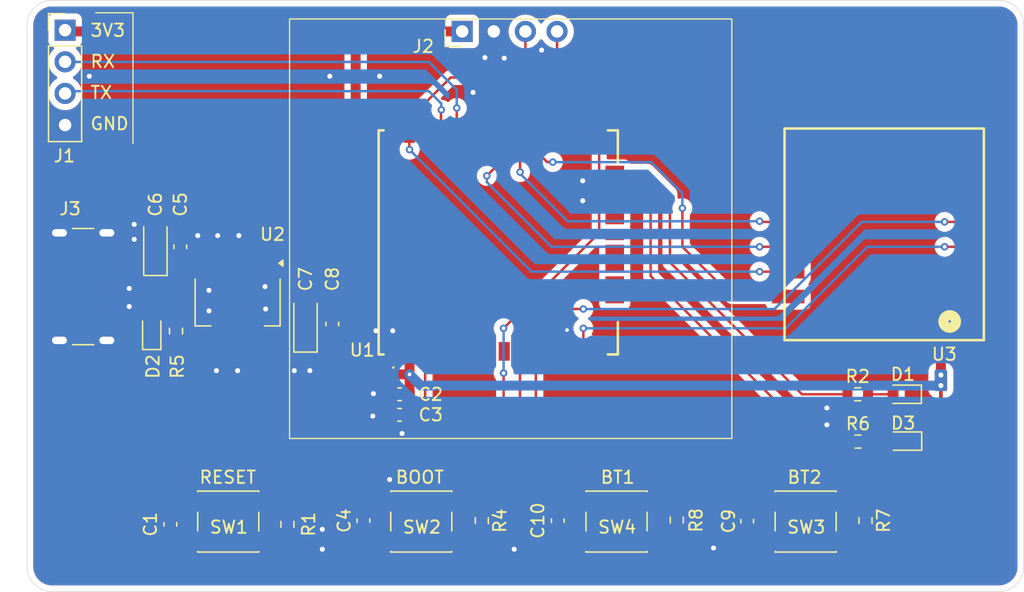
<source format=kicad_pcb>
(kicad_pcb (version 20240108) (generator "pcbnew") (generator_version "8.0")
  (layers (0 "F.Cu" signal) (31 "B.Cu" signal) (34 "B.Paste" user) (35 "F.Paste" user) (36 "B.SilkS" user "B.Silkscreen") (37 "F.SilkS" user "F.Silkscreen") (38 "B.Mask" user) (39 "F.Mask" user) (44 "Edge.Cuts" user))
  (net 0 "")
  (net 1 "/EN")
  (net 2 "GND")
  (net 3 "+3V3")
  (net 4 "/IO0")
  (net 5 "VBUS")
  (net 6 "/BUTTON_2")
  (net 7 "/BUTTON_1")
  (net 8 "Net-(D1-A)")
  (net 9 "Net-(D2-A)")
  (net 10 "Net-(D3-A)")
  (net 11 "/TX_D0")
  (net 12 "/RX_D0")
  (net 13 "/SDA")
  (net 14 "/SCL")
  (net 17 "Net-(U1-IO2)")
  (net 18 "Net-(U1-IO15)")
  (net 22 "/LORA_RESET")
  (net 24 "/NSS")
  (net 27 "/DIO1")
  (net 29 "/SCK")
  (net 40 "/MISO")
  (net 41 "/MOSI")
  (footprint "Resistor_SMD:R_0603_1608Metric" (layer "F.Cu") (at 160.675 96.15)
    (property "Reference" "R2" (at 0 -1.43 0) (layer "F.SilkS"))
    (property "Value" "100R")
    (pad "1" smd roundrect (at -0.825 0) (size 0.8 0.95) (layers "F.Cu" "F.Paste" "F.Mask") (net 17 "Net-(U1-IO2)"))
    (pad "2" smd roundrect (at 0.825 0) (size 0.8 0.95) (layers "F.Cu" "F.Paste" "F.Mask") (net 8 "Net-(D1-A)"))
  )
  (footprint "Capacitor_SMD:C_0603_1608Metric" (layer "F.Cu") (at 136.6 106.3 -90)
    (property "Reference" "C10" (at 0 1.6 90) (layer "F.SilkS"))
    (property "Value" "100nF")
    (pad "1" smd roundrect (at -0.775 0 270) (size 0.9 0.95) (layers "F.Cu" "F.Paste" "F.Mask") (net 7 "/BUTTON_1"))
    (pad "2" smd roundrect (at 0.775 0 270) (size 0.9 0.95) (layers "F.Cu" "F.Paste" "F.Mask") (net 2 "GND"))
  )
  (footprint "LED_SMD:LED_0603_1608Metric" (layer "F.Cu") (at 164.3 96.15 180)
    (property "Reference" "D1" (at 0 1.6 0) (layer "F.SilkS"))
    (property "Value" "RED_LED")
    (pad "1" smd roundrect (at -0.787501 0 180) (size 0.875 0.95) (layers "F.Cu" "F.Paste" "F.Mask") (net 2 "GND"))
    (pad "2" smd roundrect (at 0.787501 0 180) (size 0.875 0.95) (layers "F.Cu" "F.Paste" "F.Mask") (net 8 "Net-(D1-A)"))
  )
  (footprint "Master_Board:SW" (layer "F.Cu") (at 110.197243 106.325 180)
    (property "Reference" "SW1" (at 0 -0.5 0) (layer "F.SilkS"))
    (property "Value" "EN")
    (pad "1" smd roundrect (at -2.575 -1.55 180) (size 1.55 1) (layers "F.Cu" "F.Paste" "F.Mask") (net 2 "GND"))
    (pad "1" smd roundrect (at 2.675 -1.55 180) (size 1.55 1) (layers "F.Cu" "F.Paste" "F.Mask") (net 2 "GND"))
    (pad "2" smd roundrect (at -2.575 1.45 180) (size 1.55 1) (layers "F.Cu" "F.Paste" "F.Mask") (net 1 "/EN"))
    (pad "2" smd roundrect (at 2.675 1.45 180) (size 1.55 1) (layers "F.Cu" "F.Paste" "F.Mask") (net 1 "/EN"))
  )
  (footprint "Resistor_SMD:R_0603_1608Metric" (layer "F.Cu") (at 130.5 106.3 90)
    (property "Reference" "R4" (at 0 1.45 90) (layer "F.SilkS"))
    (property "Value" "10k")
    (pad "1" smd roundrect (at -0.825 0 90) (size 0.8 0.95) (layers "F.Cu" "F.Paste" "F.Mask") (net 3 "+3V3"))
    (pad "2" smd roundrect (at 0.825 0 90) (size 0.8 0.95) (layers "F.Cu" "F.Paste" "F.Mask") (net 4 "/IO0"))
  )
  (footprint "Resistor_SMD:R_0603_1608Metric" (layer "F.Cu") (at 161.3 106.3 90)
    (property "Reference" "R7" (at 0 1.45 90) (layer "F.SilkS"))
    (property "Value" "10k")
    (pad "1" smd roundrect (at -0.825 0 90) (size 0.8 0.95) (layers "F.Cu" "F.Paste" "F.Mask") (net 3 "+3V3"))
    (pad "2" smd roundrect (at 0.825 0 90) (size 0.8 0.95) (layers "F.Cu" "F.Paste" "F.Mask") (net 6 "/BUTTON_2"))
  )
  (footprint "LED_SMD:LED_0603_1608Metric" (layer "F.Cu") (at 164.325 99.91 180)
    (property "Reference" "D3" (at 0 1.44 0) (layer "F.SilkS"))
    (property "Value" "GREEN_LED")
    (pad "1" smd roundrect (at -0.787501 0 180) (size 0.875 0.95) (layers "F.Cu" "F.Paste" "F.Mask") (net 2 "GND"))
    (pad "2" smd roundrect (at 0.787501 0 180) (size 0.875 0.95) (layers "F.Cu" "F.Paste" "F.Mask") (net 10 "Net-(D3-A)"))
  )
  (footprint "Master_Board:ESP32WROOM32UEN8" (layer "F.Cu") (at 132.07 83.95 90)
    (property "Reference" "U1" (at -8.65 -11.17 0) (layer "F.SilkS"))
    (property "Value" "ESP32-WROOM-32U-N8" (hide yes))
    (pad "1" smd rect (at -8.75 -8.66 180) (size 0.9 1.5) (layers "F.Cu" "F.Paste" "F.Mask") (net 2 "GND"))
    (pad "2" smd rect (at -8.75 -7.39 180) (size 0.9 1.5) (layers "F.Cu" "F.Paste" "F.Mask") (net 3 "+3V3"))
    (pad "3" smd rect (at -8.75 -6.12 180) (size 0.9 1.5) (layers "F.Cu" "F.Paste" "F.Mask") (net 1 "/EN"))
    (pad "4" smd rect (at -8.75 -4.85 180) (size 0.9 1.5) (layers "F.Cu" "F.Paste" "F.Mask"))
    (pad "5" smd rect (at -8.75 -3.58 180) (size 0.9 1.5) (layers "F.Cu" "F.Paste" "F.Mask"))
    (pad "6" smd rect (at -8.75 -2.31 180) (size 0.9 1.5) (layers "F.Cu" "F.Paste" "F.Mask"))
    (pad "7" smd rect (at -8.75 -1.04 180) (size 0.9 1.5) (layers "F.Cu" "F.Paste" "F.Mask"))
    (pad "8" smd rect (at -8.75 0.23 180) (size 0.9 1.5) (layers "F.Cu" "F.Paste" "F.Mask"))
    (pad "9" smd rect (at -8.75 1.5 180) (size 0.9 1.5) (layers "F.Cu" "F.Paste" "F.Mask") (net 7 "/BUTTON_1"))
    (pad "10" smd rect (at -8.75 2.77 180) (size 0.9 1.5) (layers "F.Cu" "F.Paste" "F.Mask") (net 6 "/BUTTON_2"))
    (pad "11" smd rect (at -8.75 4.04 180) (size 0.9 1.5) (layers "F.Cu" "F.Paste" "F.Mask") (net 27 "/DIO1"))
    (pad "12" smd rect (at -8.75 5.31 180) (size 0.9 1.5) (layers "F.Cu" "F.Paste" "F.Mask"))
    (pad "13" smd rect (at -8.75 6.58 180) (size 0.9 1.5) (layers "F.Cu" "F.Paste" "F.Mask") (net 22 "/LORA_RESET"))
    (pad "14" smd rect (at -8.75 7.85 180) (size 0.9 1.5) (layers "F.Cu" "F.Paste" "F.Mask"))
    (pad "15" smd rect (at -5.715 9.1 90) (size 0.9 1.5) (layers "F.Cu" "F.Paste" "F.Mask") (net 2 "GND"))
    (pad "16" smd rect (at -4.445 9.1 90) (size 0.9 1.5) (layers "F.Cu" "F.Paste" "F.Mask"))
    (pad "17" smd rect (at -3.175 9.1 90) (size 0.9 1.5) (layers "F.Cu" "F.Paste" "F.Mask"))
    (pad "18" smd rect (at -1.905 9.1 90) (size 0.9 1.5) (layers "F.Cu" "F.Paste" "F.Mask"))
    (pad "19" smd rect (at -0.635 9.1 90) (size 0.9 1.5) (layers "F.Cu" "F.Paste" "F.Mask"))
    (pad "20" smd rect (at 0.635 9.1 90) (size 0.9 1.5) (layers "F.Cu" "F.Paste" "F.Mask"))
    (pad "21" smd rect (at 1.905 9.1 90) (size 0.9 1.5) (layers "F.Cu" "F.Paste" "F.Mask"))
    (pad "22" smd rect (at 3.175 9.1 90) (size 0.9 1.5) (layers "F.Cu" "F.Paste" "F.Mask"))
    (pad "23" smd rect (at 4.445 9.1 90) (size 0.9 1.5) (layers "F.Cu" "F.Paste" "F.Mask") (net 18 "Net-(U1-IO15)"))
    (pad "24" smd rect (at 5.715 9.1 90) (size 0.9 1.5) (layers "F.Cu" "F.Paste" "F.Mask") (net 17 "Net-(U1-IO2)"))
    (pad "25" smd rect (at 8.75 7.85 180) (size 0.9 1.5) (layers "F.Cu" "F.Paste" "F.Mask") (net 4 "/IO0"))
    (pad "26" smd rect (at 8.75 6.58 180) (size 0.9 1.5) (layers "F.Cu" "F.Paste" "F.Mask"))
    (pad "27" smd rect (at 8.75 5.31 180) (size 0.9 1.5) (layers "F.Cu" "F.Paste" "F.Mask"))
    (pad "28" smd rect (at 8.75 4.04 180) (size 0.9 1.5) (layers "F.Cu" "F.Paste" "F.Mask"))
    (pad "29" smd rect (at 8.75 2.77 180) (size 0.9 1.5) (layers "F.Cu" "F.Paste" "F.Mask") (net 24 "/NSS"))
    (pad "30" smd rect (at 8.75 1.5 180) (size 0.9 1.5) (layers "F.Cu" "F.Paste" "F.Mask") (net 29 "/SCK"))
    (pad "31" smd rect (at 8.75 0.23 180) (size 0.9 1.5) (layers "F.Cu" "F.Paste" "F.Mask") (net 40 "/MISO"))
    (pad "32" smd rect (at 8.75 -1.04 180) (size 0.9 1.5) (layers "F.Cu" "F.Paste" "F.Mask"))
    (pad "33" smd rect (at 8.75 -2.31 180) (size 0.9 1.5) (layers "F.Cu" "F.Paste" "F.Mask") (net 13 "/SDA"))
    (pad "34" smd rect (at 8.75 -3.58 180) (size 0.9 1.5) (layers "F.Cu" "F.Paste" "F.Mask") (net 12 "/RX_D0"))
    (pad "35" smd rect (at 8.75 -4.85 180) (size 0.9 1.5) (layers "F.Cu" "F.Paste" "F.Mask") (net 11 "/TX_D0"))
    (pad "36" smd rect (at 8.75 -6.12 180) (size 0.9 1.5) (layers "F.Cu" "F.Paste" "F.Mask") (net 14 "/SCL"))
    (pad "37" smd rect (at 8.75 -7.39 180) (size 0.9 1.5) (layers "F.Cu" "F.Paste" "F.Mask") (net 41 "/MOSI"))
    (pad "38" smd rect (at 8.75 -8.66 180) (size 0.9 1.5) (layers "F.Cu" "F.Paste" "F.Mask") (net 2 "GND"))
    (pad "39" smd rect (at -1.5 -1.32 90) (size 0.9 0.9) (layers "F.Cu" "F.Paste" "F.Mask") (net 2 "GND"))
    (pad "40" smd rect (at -2.9 -1.32 90) (size 0.9 0.9) (layers "F.Cu" "F.Paste" "F.Mask") (net 2 "GND"))
    (pad "41" smd rect (at -2.9 0.08 90) (size 0.9 0.9) (layers "F.Cu" "F.Paste" "F.Mask") (net 2 "GND"))
    (pad "42" smd rect (at -1.5 0.08 90) (size 0.9 0.9) (layers "F.Cu" "F.Paste" "F.Mask") (net 2 "GND"))
    (pad "43" smd rect (at -0.1 0.08 90) (size 0.9 0.9) (layers "F.Cu" "F.Paste" "F.Mask") (net 2 "GND"))
    (pad "44" smd rect (at -0.1 -1.32 90) (size 0.9 0.9) (layers "F.Cu" "F.Paste" "F.Mask") (net 2 "GND"))
    (pad "45" smd rect (at -0.1 -2.72 90) (size 0.9 0.9) (layers "F.Cu" "F.Paste" "F.Mask") (net 2 "GND"))
    (pad "46" smd rect (at -1.5 -2.72 90) (size 0.9 0.9) (layers "F.Cu" "F.Paste" "F.Mask") (net 2 "GND"))
    (pad "47" smd rect (at -2.9 -2.72 90) (size 0.9 0.9) (layers "F.Cu" "F.Paste" "F.Mask") (net 2 "GND"))
  )
  (footprint "Master_Board:RA-02" (layer "F.Cu") (at 162.8 83.3 180)
    (property "Reference" "U3" (at -4.825 -9.635 0) (layer "F.SilkS"))
    (property "Value" "RA02")
    (pad "1" smd rect (at -7.6 -7 180) (size 2.8 1.1) (layers "F.Cu" "F.Paste" "F.Mask") (net 2 "GND"))
    (pad "2" smd rect (at -7.7 -5 180) (size 2.6 1.1) (layers "F.Cu" "F.Paste" "F.Mask") (net 2 "GND"))
    (pad "3" smd rect (at -7.7 -3 180) (size 2.6 1.1) (layers "F.Cu" "F.Paste" "F.Mask") (net 3 "+3V3"))
    (pad "4" smd rect (at -7.7 -1 180) (size 2.6 1.1) (layers "F.Cu" "F.Paste" "F.Mask") (net 22 "/LORA_RESET"))
    (pad "5" smd rect (at -7.7 1 180) (size 2.6 1.1) (layers "F.Cu" "F.Paste" "F.Mask") (net 27 "/DIO1"))
    (pad "6" smd rect (at -7.7 3 180) (size 2.6 1.1) (layers "F.Cu" "F.Paste" "F.Mask"))
    (pad "7" smd rect (at -7.7 5 180) (size 2.6 1.1) (layers "F.Cu" "F.Paste" "F.Mask"))
    (pad "8" smd rect (at -7.7 7 180) (size 2.6 1.1) (layers "F.Cu" "F.Paste" "F.Mask"))
    (pad "9" smd rect (at 7.7 7 180) (size 2.6 1.1) (layers "F.Cu" "F.Paste" "F.Mask") (net 2 "GND"))
    (pad "10" smd rect (at 7.7 5 180) (size 2.6 1.1) (layers "F.Cu" "F.Paste" "F.Mask"))
    (pad "11" smd rect (at 7.7 3 180) (size 2.6 1.1) (layers "F.Cu" "F.Paste" "F.Mask"))
    (pad "12" smd rect (at 7.7 1 180) (size 2.6 1.1) (layers "F.Cu" "F.Paste" "F.Mask") (net 29 "/SCK"))
    (pad "13" smd rect (at 7.7 -1 180) (size 2.6 1.1) (layers "F.Cu" "F.Paste" "F.Mask") (net 40 "/MISO"))
    (pad "14" smd rect (at 7.7 -3 180) (size 2.6 1.1) (layers "F.Cu" "F.Paste" "F.Mask") (net 41 "/MOSI"))
    (pad "15" smd rect (at 7.7 -5 180) (size 2.6 1.1) (layers "F.Cu" "F.Paste" "F.Mask") (net 24 "/NSS"))
    (pad "16" smd rect (at 7.7 -7 180) (size 2.6 1.1) (layers "F.Cu" "F.Paste" "F.Mask") (net 2 "GND"))
  )
  (footprint "LED_SMD:LED_0603_1608Metric" (layer "F.Cu") (at 104.005359 91.072061 90)
    (property "Reference" "D2" (at -2.85 0.1 90) (layer "F.SilkS"))
    (property "Value" "PWR_LED")
    (pad "1" smd roundrect (at -0.787501 0 90) (size 0.875 0.95) (layers "F.Cu" "F.Paste" "F.Mask") (net 2 "GND"))
    (pad "2" smd roundrect (at 0.787501 0 90) (size 0.875 0.95) (layers "F.Cu" "F.Paste" "F.Mask") (net 9 "Net-(D2-A)"))
  )
  (footprint "Connector_USB:USB_C_Receptacle_GCT_USB4125-xx-x-0190_6P_TopMnt_Horizontal" (layer "F.Cu") (at 97.4 87.5 -90)
    (property "Reference" "J3" (at -6.25 -0.05 0) (layer "F.SilkS"))
    (property "Value" "USB C- POWER IN")
    (pad "A5" smd roundrect (at -0.5 -3.079999 270) (size 0.7 1.2) (layers "F.Cu" "F.Paste" "F.Mask"))
    (pad "A9" smd roundrect (at 1.52 -3.08 90) (size 0.76 1.2) (layers "F.Cu" "F.Paste" "F.Mask") (net 5 "VBUS"))
    (pad "A12" smd roundrect (at 2.75 -3.08 90) (size 0.8 1.2) (layers "F.Cu" "F.Paste" "F.Mask") (net 2 "GND"))
    (pad "B5" smd roundrect (at 0.5 -3.079999 90) (size 0.7 1.2) (layers "F.Cu" "F.Paste" "F.Mask"))
    (pad "B9" smd roundrect (at -1.52 -3.08 270) (size 0.76 1.2) (layers "F.Cu" "F.Paste" "F.Mask") (net 5 "VBUS"))
    (pad "B12" smd roundrect (at -2.75 -3.08 270) (size 0.8 1.2) (layers "F.Cu" "F.Paste" "F.Mask") (net 2 "GND"))
    (pad "S1" thru_hole oval (at -4.32 -3 270) (size 1.1 1.7) (drill oval 0.6 1.2) (layers "*.Cu" "*.Mask" "F.Paste") (net 2 "GND"))
    (pad "S1" thru_hole oval (at -4.32 0.8 270) (size 1.1 1.7) (drill oval 0.6 1.2) (layers "*.Cu" "*.Mask" "F.Paste") (net 2 "GND"))
    (pad "S1" thru_hole oval (at 4.32 -3 270) (size 1.1 1.7) (drill oval 0.6 1.2) (layers "*.Cu" "*.Mask" "F.Paste") (net 2 "GND"))
    (pad "S1" thru_hole oval (at 4.32 0.8 270) (size 1.1 1.7) (drill oval 0.6 1.2) (layers "*.Cu" "*.Mask" "F.Paste") (net 2 "GND"))
  )
  (footprint "Capacitor_Tantalum_SMD:CP_EIA-3216-10_Kemet-I" (layer "F.Cu") (at 116.35 90.45 90)
    (property "Reference" "C7" (at 3.55 0 90) (layer "F.SilkS"))
    (property "Value" "22uF_10V")
    (pad "1" smd roundrect (at -1.35 0 90) (size 1.4 1.35) (layers "F.Cu" "F.Paste" "F.Mask") (roundrect_rratio 0.185185) (net 3 "+3V3"))
    (pad "2" smd roundrect (at 1.35 0 90) (size 1.4 1.35) (layers "F.Cu" "F.Paste" "F.Mask") (roundrect_rratio 0.185185) (net 2 "GND"))
  )
  (footprint "Master_Board:SW" (layer "F.Cu") (at 141.363984 106.325 180)
    (property "Reference" "SW4" (at 0 -0.5 0) (layer "F.SilkS"))
    (property "Value" "BT_1")
    (pad "1" smd roundrect (at -2.575 -1.55 180) (size 1.55 1) (layers "F.Cu" "F.Paste" "F.Mask") (net 2 "GND"))
    (pad "1" smd roundrect (at 2.675 -1.55 180) (size 1.55 1) (layers "F.Cu" "F.Paste" "F.Mask") (net 2 "GND"))
    (pad "2" smd roundrect (at -2.575 1.45 180) (size 1.55 1) (layers "F.Cu" "F.Paste" "F.Mask") (net 7 "/BUTTON_1"))
    (pad "2" smd roundrect (at 2.675 1.45 180) (size 1.55 1) (layers "F.Cu" "F.Paste" "F.Mask") (net 7 "/BUTTON_1"))
  )
  (footprint "Capacitor_SMD:C_0603_1608Metric" (layer "F.Cu") (at 151.804122 106.342989 -90)
    (property "Reference" "C9" (at 0 1.5 90) (layer "F.SilkS"))
    (property "Value" "100nF")
    (pad "1" smd roundrect (at -0.775 0 270) (size 0.9 0.95) (layers "F.Cu" "F.Paste" "F.Mask") (net 6 "/BUTTON_2"))
    (pad "2" smd roundrect (at 0.775 0 270) (size 0.9 0.95) (layers "F.Cu" "F.Paste" "F.Mask") (net 2 "GND"))
  )
  (footprint "Resistor_SMD:R_0603_1608Metric" (layer "F.Cu") (at 105.955359 91.072061 90)
    (property "Reference" "R5" (at -2.85 0.1 90) (layer "F.SilkS"))
    (property "Value" "100R")
    (pad "1" smd roundrect (at -0.825 0 90) (size 0.8 0.95) (layers "F.Cu" "F.Paste" "F.Mask") (net 3 "+3V3"))
    (pad "2" smd roundrect (at 0.825 0 90) (size 0.8 0.95) (layers "F.Cu" "F.Paste" "F.Mask") (net 9 "Net-(D2-A)"))
  )
  (footprint "Capacitor_SMD:C_0603_1608Metric" (layer "F.Cu") (at 123.9 97.8)
    (property "Reference" "C3" (at 2.5 0 0) (layer "F.SilkS"))
    (property "Value" "100nF")
    (pad "1" smd roundrect (at -0.775 0) (size 0.9 0.95) (layers "F.Cu" "F.Paste" "F.Mask") (net 2 "GND"))
    (pad "2" smd roundrect (at 0.775 0) (size 0.9 0.95) (layers "F.Cu" "F.Paste" "F.Mask") (net 3 "+3V3"))
  )
  (footprint "Connector_PinHeader_2.54mm:PinHeader_1x04_P2.54mm_Vertical" (layer "F.Cu") (at 97.05 66.9)
    (property "Reference" "J1" (at -0.05 10.1 0) (layer "F.SilkS"))
    (property "Value" "UART_Debug")
    (pad "1" thru_hole rect (at 0 0) (size 1.7 1.7) (drill 1) (layers "*.Cu" "*.Mask") (net 3 "+3V3"))
    (pad "2" thru_hole oval (at 0 2.54) (size 1.7 1.7) (drill 1) (layers "*.Cu" "*.Mask") (net 12 "/RX_D0"))
    (pad "3" thru_hole oval (at 0 5.079999) (size 1.7 1.7) (drill 1) (layers "*.Cu" "*.Mask") (net 11 "/TX_D0"))
    (pad "4" thru_hole oval (at 0 7.62) (size 1.7 1.7) (drill 1) (layers "*.Cu" "*.Mask") (net 2 "GND"))
  )
  (footprint "Capacitor_Tantalum_SMD:CP_EIA-3216-10_Kemet-I" (layer "F.Cu") (at 104.3 84.3 90)
    (property "Reference" "C6" (at 3.4 0 90) (layer "F.SilkS"))
    (property "Value" "22uF_10V")
    (pad "1" smd roundrect (at -1.35 0 90) (size 1.4 1.35) (layers "F.Cu" "F.Paste" "F.Mask") (roundrect_rratio 0.185185) (net 5 "VBUS"))
    (pad "2" smd roundrect (at 1.35 0 90) (size 1.4 1.35) (layers "F.Cu" "F.Paste" "F.Mask") (roundrect_rratio 0.185185) (net 2 "GND"))
  )
  (footprint "Master_Board:SW" (layer "F.Cu") (at 156.54369 106.325 180)
    (property "Reference" "SW3" (at 0 -0.5 0) (layer "F.SilkS"))
    (property "Value" "BT_2")
    (pad "1" smd roundrect (at -2.575 -1.55 180) (size 1.55 1) (layers "F.Cu" "F.Paste" "F.Mask") (net 2 "GND"))
    (pad "1" smd roundrect (at 2.675 -1.55 180) (size 1.55 1) (layers "F.Cu" "F.Paste" "F.Mask") (net 2 "GND"))
    (pad "2" smd roundrect (at -2.575 1.45 180) (size 1.55 1) (layers "F.Cu" "F.Paste" "F.Mask") (net 6 "/BUTTON_2"))
    (pad "2" smd roundrect (at 2.675 1.45 180) (size 1.55 1) (layers "F.Cu" "F.Paste" "F.Mask") (net 6 "/BUTTON_2"))
  )
  (footprint "Master_Board:SW" (layer "F.Cu") (at 125.691668 106.325 180)
    (property "Reference" "SW2" (at 0 -0.5 0) (layer "F.SilkS"))
    (property "Value" "BOOT")
    (pad "1" smd roundrect (at -2.575 -1.55 180) (size 1.55 1) (layers "F.Cu" "F.Paste" "F.Mask") (net 2 "GND"))
    (pad "1" smd roundrect (at 2.675 -1.55 180) (size 1.55 1) (layers "F.Cu" "F.Paste" "F.Mask") (net 2 "GND"))
    (pad "2" smd roundrect (at -2.575 1.45 180) (size 1.55 1) (layers "F.Cu" "F.Paste" "F.Mask") (net 4 "/IO0"))
    (pad "2" smd roundrect (at 2.675 1.45 180) (size 1.55 1) (layers "F.Cu" "F.Paste" "F.Mask") (net 4 "/IO0"))
  )
  (footprint "Capacitor_SMD:C_0603_1608Metric" (layer "F.Cu") (at 118.5 90.5 90)
    (property "Reference" "C8" (at 3.6 0 90) (layer "F.SilkS"))
    (property "Value" "100nF")
    (pad "1" smd roundrect (at -0.775 0 90) (size 0.9 0.95) (layers "F.Cu" "F.Paste" "F.Mask") (net 3 "+3V3"))
    (pad "2" smd roundrect (at 0.775 0 90) (size 0.9 0.95) (layers "F.Cu" "F.Paste" "F.Mask") (net 2 "GND"))
  )
  (footprint "Master_Board:OLED_CONN" (layer "F.Cu") (at 127.32 68.2)
    (property "Reference" "J2" (at -1.52 0 0) (layer "F.SilkS"))
    (property "Value" "OLED")
    (pad "1" thru_hole rect (at 1.6 -1.2 90) (size 1.7 1.7) (drill 1) (layers "*.Cu" "*.Mask") (net 3 "+3V3"))
    (pad "2" thru_hole oval (at 4.14 -1.2 90) (size 1.7 1.7) (drill 1) (layers "*.Cu" "*.Mask") (net 2 "GND"))
    (pad "3" thru_hole oval (at 6.68 -1.2 90) (size 1.7 1.7) (drill 1) (layers "*.Cu" "*.Mask") (net 14 "/SCL"))
    (pad "4" thru_hole oval (at 9.22 -1.2 90) (size 1.7 1.7) (drill 1) (layers "*.Cu" "*.Mask") (net 13 "/SDA"))
  )
  (footprint "Capacitor_SMD:C_0603_1608Metric" (layer "F.Cu") (at 105.5 106.6 -90)
    (property "Reference" "C1" (at 0 1.6 90) (layer "F.SilkS"))
    (property "Value" "100nF")
    (pad "1" smd roundrect (at -0.775 0 270) (size 0.9 0.95) (layers "F.Cu" "F.Paste" "F.Mask") (net 1 "/EN"))
    (pad "2" smd roundrect (at 0.775 0 270) (size 0.9 0.95) (layers "F.Cu" "F.Paste" "F.Mask") (net 2 "GND"))
  )
  (footprint "Resistor_SMD:R_0603_1608Metric" (layer "F.Cu") (at 160.7 99.95)
    (property "Reference" "R6" (at 0 -1.43 0) (layer "F.SilkS"))
    (property "Value" "100R")
    (pad "1" smd roundrect (at -0.825 0) (size 0.8 0.95) (layers "F.Cu" "F.Paste" "F.Mask") (net 18 "Net-(U1-IO15)"))
    (pad "2" smd roundrect (at 0.825 0) (size 0.8 0.95) (layers "F.Cu" "F.Paste" "F.Mask") (net 10 "Net-(D3-A)"))
  )
  (footprint "Package_TO_SOT_SMD:SOT-223-3_TabPin2" (layer "F.Cu") (at 110.9 88.75 -90)
    (property "Reference" "U2" (at -5.45 -2.8 0) (layer "F.SilkS"))
    (property "Value" "AMS1117-3.3")
    (pad "1" smd roundrect (at -3.15 -2.3 270) (size 2 1.5) (layers "F.Cu" "F.Paste" "F.Mask") (net 2 "GND"))
    (pad "2" smd roundrect (at -3.149999 0 270) (size 2 1.5) (layers "F.Cu" "F.Paste" "F.Mask") (net 3 "+3V3"))
    (pad "2" smd roundrect (at 3.149999 0 270) (size 2 3.8) (layers "F.Cu" "F.Paste" "F.Mask") (net 3 "+3V3"))
    (pad "3" smd roundrect (at -3.15 2.3 270) (size 2 1.5) (layers "F.Cu" "F.Paste" "F.Mask") (net 5 "VBUS"))
  )
  (footprint "Capacitor_SMD:C_0603_1608Metric" (layer "F.Cu") (at 121 106.3 -90)
    (property "Reference" "C4" (at 0 1.550001 90) (layer "F.SilkS"))
    (property "Value" "100nF")
    (pad "1" smd roundrect (at -0.775 0 270) (size 0.9 0.95) (layers "F.Cu" "F.Paste" "F.Mask") (net 4 "/IO0"))
    (pad "2" smd roundrect (at 0.775 0 270) (size 0.9 0.95) (layers "F.Cu" "F.Paste" "F.Mask") (net 2 "GND"))
  )
  (footprint "Capacitor_SMD:C_0603_1608Metric" (layer "F.Cu") (at 123.9 96.15)
    (property "Reference" "C2" (at 2.5 0.01 0) (layer "F.SilkS"))
    (property "Value" "22uF")
    (pad "1" smd roundrect (at -0.775 0) (size 0.9 0.95) (layers "F.Cu" "F.Paste" "F.Mask") (net 2 "GND"))
    (pad "2" smd roundrect (at 0.775 0) (size 0.9 0.95) (layers "F.Cu" "F.Paste" "F.Mask") (net 3 "+3V3"))
  )
  (footprint "Resistor_SMD:R_0603_1608Metric" (layer "F.Cu") (at 114.9 106.6 90)
    (property "Reference" "R1" (at 0 1.700001 90) (layer "F.SilkS"))
    (property "Value" "10k")
    (pad "1" smd roundrect (at -0.825 0 90) (size 0.8 0.95) (layers "F.Cu" "F.Paste" "F.Mask") (net 3 "+3V3"))
    (pad "2" smd roundrect (at 0.825 0 90) (size 0.8 0.95) (layers "F.Cu" "F.Paste" "F.Mask") (net 1 "/EN"))
  )
  (footprint "Capacitor_SMD:C_0603_1608Metric" (layer "F.Cu") (at 106.3 84.3 90)
    (property "Reference" "C5" (at 3.4 0 90) (layer "F.SilkS"))
    (property "Value" "100nF")
    (pad "1" smd roundrect (at -0.775 0 90) (size 0.9 0.95) (layers "F.Cu" "F.Paste" "F.Mask") (net 5 "VBUS"))
    (pad "2" smd roundrect (at 0.775 0 90) (size 0.9 0.95) (layers "F.Cu" "F.Paste" "F.Mask") (net 2 "GND"))
  )
  (footprint "Resistor_SMD:R_0603_1608Metric" (layer "F.Cu") (at 146.15 106.25 90)
    (property "Reference" "R8" (at -0.025 1.55 90) (layer "F.SilkS"))
    (property "Value" "10k")
    (pad "1" smd roundrect (at -0.825 0 90) (size 0.8 0.95) (layers "F.Cu" "F.Paste" "F.Mask") (net 3 "+3V3"))
    (pad "2" smd roundrect (at 0.825 0 90) (size 0.8 0.95) (layers "F.Cu" "F.Paste" "F.Mask") (net 7 "/BUTTON_1"))
  )
  (gr_line (start 99.5 65.5) (end 102.5 65.5) (stroke (width 0.1)) (layer "F.SilkS"))
  (gr_line (start 102.5 65.5) (end 102.5 76) (stroke (width 0.1)) (layer "F.SilkS"))
  (gr_arc (start 171.999999 64.499999) (mid 173.414213 65.085786) (end 174 66.5) (stroke (width 0.05)) (layer "Edge.Cuts"))
  (gr_arc (start 174.000001 109.999999) (mid 173.414214 111.414213) (end 172 112) (stroke (width 0.05)) (layer "Edge.Cuts"))
  (gr_line (start 174.000001 109.999999) (end 174 66.5) (stroke (width 0.05)) (layer "Edge.Cuts"))
  (gr_arc (start 93.999999 66.500001) (mid 94.585786 65.085787) (end 96 64.5) (stroke (width 0.05)) (layer "Edge.Cuts"))
  (gr_line (start 96 112.000001) (end 172 112) (stroke (width 0.05)) (layer "Edge.Cuts"))
  (gr_arc (start 96 112.000001) (mid 94.585786 111.414214) (end 93.999999 110) (stroke (width 0.05)) (layer "Edge.Cuts"))
  (gr_line (start 171.999999 64.499999) (end 96 64.5) (stroke (width 0.05)) (layer "Edge.Cuts"))
  (gr_line (start 93.999999 66.500001) (end 93.999999 110) (stroke (width 0.05)) (layer "Edge.Cuts"))
  (gr_text "TX\n" (at 99 72.5 0) (layer "F.SilkS") (effects (font (size 1 1)) (justify left bottom)))
  (gr_text "3V3\n" (at 99 67.5 0) (layer "F.SilkS") (effects (font (size 1 1)) (justify left bottom)))
  (gr_text "RX\n" (at 99 70 0) (layer "F.SilkS") (effects (font (size 1 1)) (justify left bottom)))
  (gr_text "BOOT" (at 123.5 103.4 0) (layer "F.SilkS") (effects (font (size 1 1)) (justify left bottom)))
  (gr_text "RESET" (at 107.75 103.4 0) (layer "F.SilkS") (effects (font (size 1 1)) (justify left bottom)))
  (gr_text "GND\n" (at 99 75 0) (layer "F.SilkS") (effects (font (size 1 1)) (justify left bottom)))
  (gr_text "BT1" (at 139.95 103.4 0) (layer "F.SilkS") (effects (font (size 1 1)) (justify left bottom)))
  (gr_text "BT2" (at 154.95 103.4 0) (layer "F.SilkS") (effects (font (size 1 1)) (justify left bottom)))
  (segment (start 117.2 101.4) (end 114.9 103.7) (width 0.2) (layer "F.Cu") (net 1))
  (segment (start 114.9 103.7) (end 114.9 105.775) (width 0.2) (layer "F.Cu") (net 1))
  (segment (start 106.822243 105.825) (end 107.522243 105.125) (width 0.2) (layer "F.Cu") (net 1))
  (segment (start 107.522243 105.125) (end 112.772243 105.125) (width 0.2) (layer "F.Cu") (net 1))
  (segment (start 125.95 92.7) (end 125.95 99.45) (width 0.2) (layer "F.Cu") (net 1))
  (segment (start 124 101.4) (end 117.2 101.4) (width 0.2) (layer "F.Cu") (net 1))
  (segment (start 125.95 99.45) (end 124 101.4) (width 0.2) (layer "F.Cu") (net 1))
  (segment (start 113.422243 105.775) (end 112.772243 105.125) (width 0.2) (layer "F.Cu") (net 1))
  (segment (start 105.5 105.825) (end 106.822243 105.825) (width 0.2) (layer "F.Cu") (net 1))
  (segment (start 114.9 105.775) (end 113.422243 105.775) (width 0.2) (layer "F.Cu") (net 1))
  (via (at 102.6 83.7) (size 0.8) (drill 0.4) (layers "F.Cu" "B.Cu") (net 2))
  (via (at 118.3 70.6) (size 0.8) (drill 0.4) (layers "F.Cu" "B.Cu") (net 2))
  (via (at 149.1 108.5) (size 0.8) (drill 0.4) (layers "F.Cu" "B.Cu") (net 2))
  (via (at 158.2 98.6) (size 0.8) (drill 0.4) (layers "F.Cu" "B.Cu") (net 2))
  (via (at 109.2 94.25) (size 0.8) (drill 0.4) (layers "F.Cu" "B.Cu") (net 2))
  (via (at 109.3 83.4) (size 0.8) (drill 0.4) (layers "F.Cu" "B.Cu") (net 2))
  (via (at 133.1 108.6) (size 0.8) (drill 0.4) (layers "F.Cu" "B.Cu") (net 2))
  (via (at 138.6 80.6) (size 0.8) (drill 0.4) (layers "F.Cu" "B.Cu") (net 2))
  (via (at 121.75 97.9) (size 0.8) (drill 0.4) (layers "F.Cu" "B.Cu") (net 2))
  (via (at 124.1 99.3) (size 0.8) (drill 0.4) (layers "F.Cu" "B.Cu") (net 2))
  (via (at 102.2 87.65) (size 0.8) (drill 0.4) (layers "F.Cu" "B.Cu") (net 2))
  (via (at 117.7 107) (size 0.8) (drill 0.4) (layers "F.Cu" "B.Cu") (net 2))
  (via (at 117.7 108.6) (size 0.8) (drill 0.4) (layers "F.Cu" "B.Cu") (net 2))
  (via (at 116.7 94.25) (size 0.8) (drill 0.4) (layers "F.Cu" "B.Cu") (net 2))
  (via (at 110.9 94.25) (size 0.8) (drill 0.4) (layers "F.Cu" "B.Cu") (net 2))
  (via (at 121.8 96.1) (size 0.8) (drill 0.4) (layers "F.Cu" "B.Cu") (net 2))
  (via (at 129.8 71.9) (size 0.8) (drill 0.4) (layers "F.Cu" "B.Cu") (net 2))
  (via (at 111 83.4) (size 0.8) (drill 0.4) (layers "F.Cu" "B.Cu") (net 2))
  (via (at 132.3 69.15) (size 0.8) (drill 0.4) (layers "F.Cu" "B.Cu") (net 2))
  (via (at 99 70.6) (size 0.8) (drill 0.4) (layers "F.Cu" "B.Cu") (net 2))
  (via (at 135.3 68.5) (size 0.8) (drill 0.4) (layers "F.Cu" "B.Cu") (net 2))
  (via (at 138.6 79) (size 0.8) (drill 0.4) (layers "F.Cu" "B.Cu") (net 2))
  (via (at 122.3 70.6) (size 0.8) (drill 0.4) (layers "F.Cu" "B.Cu") (net 2))
  (via (at 122 91.05) (size 0.8) (drill 0.4) (layers "F.Cu" "B.Cu") (net 2))
  (via (at 102.2 89.1) (size 0.8) (drill 0.4) (layers "F.Cu" "B.Cu") (net 2))
  (via (at 115.45 94.25) (size 0.8) (drill 0.4) (layers "F.Cu" "B.Cu") (net 2))
  (via (at 113.15 89.3) (size 0.8) (drill 0.4) (layers "F.Cu" "B.Cu") (net 2))
  (via (at 102.6 82.5) (size 0.8) (drill 0.4) (layers "F.Cu" "B.Cu") (net 2))
  (via (at 107.7 83.4) (size 0.8) (drill 0.4) (layers "F.Cu" "B.Cu") (net 2))
  (via (at 130.75 69.1) (size 0.8) (drill 0.4) (layers "F.Cu" "B.Cu") (net 2))
  (via (at 108.6 87.8) (size 0.8) (drill 0.4) (layers "F.Cu" "B.Cu") (net 2))
  (via (at 108.6 89.45) (size 0.8) (drill 0.4) (layers "F.Cu" "B.Cu") (net 2))
  (via (at 123.35 91.05) (size 0.8) (drill 0.4) (layers "F.Cu" "B.Cu") (net 2))
  (via (at 158.2 97.25) (size 0.8) (drill 0.4) (layers "F.Cu" "B.Cu") (net 2))
  (via (at 123.1 103) (size 0.8) (drill 0.4) (layers "F.Cu" "B.Cu") (net 2))
  (via (at 113.1 87.5) (size 0.8) (drill 0.4) (layers "F.Cu" "B.Cu") (net 2))
  (via (at 137.338469 90.992967) (size 0.6) (drill 0.3) (layers "F.Cu" "B.Cu") (net 2))
  (segment (start 129.6 109.9) (end 129 109.9) (width 0.3) (layer "F.Cu") (net 3))
  (segment (start 145.9 109.9) (end 146.15 109.65) (width 0.3) (layer "F.Cu") (net 3))
  (segment (start 146.4 109.9) (end 145.25 109.9) (width 0.3) (layer "F.Cu") (net 3))
  (segment (start 119.85 91.275) (end 120.375 90.75) (width 0.8001) (layer "F.Cu") (net 3))
  (segment (start 114.9 109.3) (end 114.9 107.425) (width 0.3) (layer "F.Cu") (net 3))
  (segment (start 130.5 109.6) (end 130.5 109.5) (width 0.3) (layer "F.Cu") (net 3))
  (segment (start 118.5 91.275) (end 118.5 93.125736) (width 0.8001) (layer "F.Cu") (net 3))
  (segment (start 124.7 96.125) (end 124.675 96.15) (width 0.8001) (layer "F.Cu") (net 3))
  (segment (start 124.7 94.55) (end 124.7 92.72) (width 0.8001) (layer "F.Cu") (net 3))
  (segment (start 120.375 90.75) (end 120.375 67.8) (width 0.8001) (layer "F.Cu") (net 3))
  (segment (start 97.15 67) (end 97.05 66.9) (width 0.8001) (layer "F.Cu") (net 3))
  (segment (start 161.3 107.125) (end 161.325 107.15) (width 0.3) (layer "F.Cu") (net 3))
  (segment (start 164.15 107.15) (end 167.35 103.95) (width 0.3) (layer "F.Cu") (net 3))
  (segment (start 167.35 103.95) (end 167.35 94.6) (width 0.3) (layer "F.Cu") (net 3))
  (segment (start 120.375 67.125) (end 120.5 67) (width 0.8001) (layer "F.Cu") (net 3))
  (segment (start 120.62811 94.55) (end 124.7 94.55) (width 0.8001) (layer "F.Cu") (net 3))
  (segment (start 130.5 109.9) (end 130.5 109.5) (width 0.3) (layer "F.Cu") (net 3))
  (segment (start 110.9 85.600001) (end 110.9 91.899999) (width 0.8001) (layer "F.Cu") (net 3))
  (segment (start 116.250001 91.899999) (end 116.35 91.8) (width 0.8001) (layer "F.Cu") (net 3))
  (segment (start 119.6 67) (end 120.375 67.775) (width 0.8001) (layer "F.Cu") (net 3))
  (segment (start 146.15 109.65) (end 146.4 109.9) (width 0.3) (layer "F.Cu") (net 3))
  (segment (start 124.675 96.15) (end 124.675 97.8) (width 0.8001) (layer "F.Cu") (net 3))
  (segment (start 145.25 109.9) (end 130.9 109.9) (width 0.3) (layer "F.Cu") (net 3))
  (segment (start 120.375 67.775) (end 120.375 67.8) (width 0.8001) (layer "F.Cu") (net 3))
  (segment (start 120.5 67) (end 121.35 67) (width 0.8001) (layer "F.Cu") (net 3))
  (segment (start 130.5 109.6) (end 130.8 109.9) (width 0.3) (layer "F.Cu") (net 3))
  (segment (start 161.325 107.15) (end 164.15 107.15) (width 0.3) (layer "F.Cu") (net 3))
  (segment (start 115.5 109.9) (end 114.9 109.3) (width 0.3) (layer "F.Cu") (net 3))
  (segment (start 120.5 67) (end 119.5 67) (width 0.8001) (layer "F.Cu") (net 3))
  (segment (start 121.35 67) (end 128.92 67) (width 0.8001) (layer "F.Cu") (net 3))
  (segment (start 108.397061 91.897061) (end 108.399999 91.899999) (width 0.3) (layer "F.Cu") (net 3))
  (segment (start 119.5 67) (end 119.6 67) (width 0.8001) (layer "F.Cu") (net 3))
  (segment (start 167.35 95.45) (end 167.35 94.6) (width 0.8001) (layer "F.Cu") (net 3))
  (segment (start 161.3 107.125) (end 161.3 108.6) (width 0.3) (layer "F.Cu") (net 3))
  (segment (start 120.375 67.8) (end 120.375 67.125) (width 0.8001) (layer "F.Cu") (net 3))
  (segment (start 130.2 109.9) (end 130.5 109.6) (width 0.3) (layer "F.Cu") (net 3))
  (segment (start 116.35 91.8) (end 117.975 91.8) (width 0.8001) (layer "F.Cu") (net 3))
  (segment (start 160 109.9) (end 146.4 109.9) (width 0.3) (layer "F.Cu") (net 3))
  (segment (start 130.5 109.5) (end 130.5 107.125) (width 0.3) (layer "F.Cu") (net 3))
  (segment (start 129.95 109.9) (end 129.6 109.9) (width 0.3) (layer "F.Cu") (net 3))
  (segment (start 130.2 109.9) (end 129.95 109.9) (width 0.3) (layer "F.Cu") (net 3))
  (segment (start 118.5 91.275) (end 119.85 91.275) (width 0.8001) (layer "F.Cu") (net 3))
  (segment (start 108.399999 91.899999) (end 110.9 91.899999) (width 0.3) (layer "F.Cu") (net 3))
  (segment (start 119.5 67) (end 97.15 67) (width 0.8001) (layer "F.Cu") (net 3))
  (segment (start 161.3 108.6) (end 160 109.9) (width 0.3) (layer "F.Cu") (net 3))
  (segment (start 124.7 92.72) (end 124.68 92.7) (width 0.8001) (layer "F.Cu") (net 3))
  (segment (start 105.955359 91.897061) (end 108.397061 91.897061) (width 0.3) (layer "F.Cu") (net 3))
  (segment (start 129 109.9) (end 129.25 109.9) (width 0.3) (layer "F.Cu") (net 3))
  (segment (start 130.9 109.9) (end 130.2 109.9) (width 0.3) (layer "F.Cu") (net 3))
  (segment (start 145.25 109.9) (end 145.9 109.9) (width 0.3) (layer "F.Cu") (net 3))
  (segment (start 124.7 94.55) (end 124.7 96.125) (width 0.8001) (layer "F.Cu") (net 3))
  (segment (start 117.975 91.8) (end 118.5 91.275) (width 0.8001) (layer "F.Cu") (net 3))
  (segment (start 129.6 109.9) (end 130.5 109.9) (width 0.3) (layer "F.Cu") (net 3))
  (segment (start 170.5 86.3) (end 168.85 86.3) (width 0.8001) (layer "F.Cu") (net 3))
  (segment (start 118.587868 93.337868) (end 119.214439 93.964439) (width 0.8001) (layer "F.Cu") (net 3))
  (segment (start 146.15 109.65) (end 146.15 107.075) (width 0.3) (layer "F.Cu") (net 3))
  (segment (start 167.35 87.8) (end 167.35 94.6) (width 0.8001) (layer "F.Cu") (net 3))
  (segment (start 121.35 67) (end 121.175 67) (width 0.8001) (layer "F.Cu") (net 3))
  (segment (start 110.9 91.899999) (end 116.250001 91.899999) (width 0.8001) (layer "F.Cu") (net 3))
  (segment (start 129 109.9) (end 115.5 109.9) (width 0.3) (layer "F.Cu") (net 3))
  (segment (start 121.175 67) (end 120.375 67.8) (width 0.8001) (layer "F.Cu") (net 3))
  (segment (start 168.85 86.3) (end 167.35 87.8) (width 0.8001) (layer "F.Cu") (net 3))
  (segment (start 130.8 109.9) (end 130.9 109.9) (width 0.3) (layer "F.Cu") (net 3))
  (via (at 124.7 94.55) (size 0.6) (drill 0.3) (layers "F.Cu" "B.Cu") (net 3))
  (via (at 167.35 94.6) (size 0.8) (drill 0.4) (layers "F.Cu" "B.Cu") (net 3))
  (via (at 167.35 95.45) (size 0.8) (drill 0.4) (layers "F.Cu" "B.Cu") (net 3))
  (arc (start 120.62811 94.55) (mid 119.863037 94.397818) (end 119.214439 93.964439) (width 0.8001) (layer "F.Cu") (net 3))
  (arc (start 118.5 93.125736) (mid 118.522836 93.240541) (end 118.587868 93.337868) (width 0.8001) (layer "F.Cu") (net 3))
  (segment (start 124.7 94.55) (end 125.6 95.45) (width 0.8001) (layer "B.Cu") (net 3))
  (segment (start 125.6 95.45) (end 167.35 95.45) (width 0.8001) (layer "B.Cu") (net 3))
  (segment (start 132.25 90.85) (end 139.92 83.18) (width 0.2) (layer "F.Cu") (net 4))
  (segment (start 121 105.525) (end 122.341668 105.525) (width 0.2) (layer "F.Cu") (net 4))
  (segment (start 128.891668 105.475) (end 128.266668 104.85) (width 0.2) (layer "F.Cu") (net 4))
  (segment (start 132.25 94.45) (end 132.25 102.2) (width 0.2) (layer "F.Cu") (net 4))
  (segment (start 130.5 103.95) (end 130.5 105.475) (width 0.2) (layer "F.Cu") (net 4))
  (segment (start 132.25 102.2) (end 130.5 103.95) (width 0.2) (layer "F.Cu") (net 4))
  (segment (start 122.341668 105.525) (end 123.016668 104.85) (width 0.2) (layer "F.Cu") (net 4))
  (segment (start 130.5 105.475) (end 128.891668 105.475) (width 0.2) (layer "F.Cu") (net 4))
  (segment (start 123.016668 104.85) (end 128.266668 104.85) (width 0.2) (layer "F.Cu") (net 4))
  (segment (start 139.92 83.18) (end 139.92 75.2) (width 0.2) (layer "F.Cu") (net 4))
  (via (at 132.25 90.85) (size 0.6) (drill 0.3) (layers "F.Cu" "B.Cu") (net 4))
  (via (at 132.25 94.45) (size 0.6) (drill 0.3) (layers "F.Cu" "B.Cu") (net 4))
  (segment (start 132.25 94.45) (end 132.25 90.85) (width 0.2) (layer "B.Cu") (net 4))
  (segment (start 100.48 89.02) (end 99.37 89.02) (width 0.8001) (layer "F.Cu") (net 5))
  (segment (start 99.37 89.02) (end 98.8 88.45) (width 0.8001) (layer "F.Cu") (net 5))
  (segment (start 98.8 86.4) (end 99.22 85.98) (width 0.8001) (layer "F.Cu") (net 5))
  (segment (start 103.97 85.98) (end 104.3 85.65) (width 0.8001) (layer "F.Cu") (net 5))
  (segment (start 99.22 85.98) (end 100.48 85.98) (width 0.8001) (layer "F.Cu") (net 5))
  (segment (start 100.48 85.98) (end 103.97 85.98) (width 0.8001) (layer "F.Cu") (net 5))
  (segment (start 98.8 88.45) (end 98.8 86.4) (width 0.8001) (layer "F.Cu") (net 5))
  (segment (start 151.822111 105.55) (end 151.804122 105.567989) (width 0.2) (layer "F.Cu") (net 6))
  (segment (start 159.71869 105.475) (end 159.11869 104.875) (width 0.2) (layer "F.Cu") (net 6))
  (segment (start 153.86869 104.875) (end 153.19369 105.55) (width 0.2) (layer "F.Cu") (net 6))
  (segment (start 153.86869 104.875) (end 159.11869 104.875) (width 0.2) (layer "F.Cu") (net 6))
  (segment (start 161.3 105.475) (end 159.71869 105.475) (width 0.2) (layer "F.Cu") (net 6))
  (segment (start 134.84 92.7) (end 134.84 99.54) (width 0.2) (layer "F.Cu") (net 6))
  (segment (start 151.804122 104.504122) (end 151.804122 105.567989) (width 0.2) (layer "F.Cu") (net 6))
  (segment (start 134.84 99.54) (end 137.8 102.5) (width 0.2) (layer "F.Cu") (net 6))
  (segment (start 149.8 102.5) (end 151.804122 104.504122) (width 0.2) (layer "F.Cu") (net 6))
  (segment (start 137.8 102.5) (end 149.8 102.5) (width 0.2) (layer "F.Cu") (net 6))
  (segment (start 153.19369 105.55) (end 151.822111 105.55) (width 0.2) (layer "F.Cu") (net 6))
  (segment (start 133.57 101.12) (end 136.6 104.15) (width 0.2) (layer "F.Cu") (net 7))
  (segment (start 133.57 92.7) (end 133.57 101.12) (width 0.2) (layer "F.Cu") (net 7))
  (segment (start 146.15 105.425) (end 144.550106 105.425) (width 0.2) (layer "F.Cu") (net 7))
  (segment (start 136.6 104.15) (end 136.6 105.525) (width 0.2) (layer "F.Cu") (net 7))
  (segment (start 137.977862 105.525) (end 138.688984 104.813878) (width 0.2) (layer "F.Cu") (net 7))
  (segment (start 138.688984 104.813878) (end 143.938984 104.813878) (width 0.2) (layer "F.Cu") (net 7))
  (segment (start 136.6 105.525) (end 137.977862 105.525) (width 0.2) (layer "F.Cu") (net 7))
  (segment (start 144.550106 105.425) (end 143.938984 104.813878) (width 0.2) (layer "F.Cu") (net 7))
  (segment (start 161.5 96.15) (end 163.512499 96.15) (width 0.2) (layer "F.Cu") (net 8))
  (segment (start 105.955359 90.247061) (end 104.042858 90.247061) (width 0.3) (layer "F.Cu") (net 9))
  (segment (start 104.042858 90.247061) (end 104.005359 90.28456) (width 0.3) (layer "F.Cu") (net 9))
  (segment (start 163.497499 99.95) (end 163.537499 99.91) (width 0.2) (layer "F.Cu") (net 10))
  (segment (start 161.525 99.95) (end 163.497499 99.95) (width 0.2) (layer "F.Cu") (net 10))
  (segment (start 127.22 73.33) (end 127.22 75.2) (width 0.2) (layer "F.Cu") (net 11))
  (segment (start 127.25 73.3) (end 127.22 73.33) (width 0.2) (layer "F.Cu") (net 11))
  (via (at 127.25 73.3) (size 0.6) (drill 0.3) (layers "F.Cu" "B.Cu") (net 11))
  (segment (start 97.229999 71.8) (end 97.05 71.979999) (width 0.2) (layer "B.Cu") (net 11))
  (segment (start 126.25 71.8) (end 97.229999 71.8) (width 0.2) (layer "B.Cu") (net 11))
  (segment (start 127.25 73.3) (end 127.25 72.8) (width 0.2) (layer "B.Cu") (net 11))
  (segment (start 127.25 72.8) (end 126.25 71.8) (width 0.2) (layer "B.Cu") (net 11))
  (segment (start 128.49 73.15) (end 128.49 75.2) (width 0.2) (layer "F.Cu") (net 12))
  (via (at 128.49 73.15) (size 0.6) (drill 0.3) (layers "F.Cu" "B.Cu") (net 12))
  (segment (start 126.25 69.45) (end 97.06 69.45) (width 0.2) (layer "B.Cu") (net 12))
  (segment (start 128.49 71.69) (end 126.25 69.45) (width 0.2) (layer "B.Cu") (net 12))
  (segment (start 128.49 73.15) (end 128.49 71.69) (width 0.2) (layer "B.Cu") (net 12))
  (segment (start 97.06 69.45) (end 97.05 69.44) (width 0.2) (layer "B.Cu") (net 12))
  (segment (start 129.76 75.2) (end 129.76 73.54) (width 0.2) (layer "F.Cu") (net 13))
  (segment (start 136.54 69.86) (end 136.54 67) (width 0.2) (layer "F.Cu") (net 13))
  (segment (start 131.1 72.2) (end 134.2 72.2) (width 0.2) (layer "F.Cu") (net 13))
  (segment (start 134.2 72.2) (end 136.54 69.86) (width 0.2) (layer "F.Cu") (net 13))
  (segment (start 129.76 73.54) (end 131.1 72.2) (width 0.2) (layer "F.Cu") (net 13))
  (segment (start 134 67) (end 134 69.2) (width 0.2) (layer "F.Cu") (net 14))
  (segment (start 128 70.7) (end 125.95 72.75) (width 0.2) (layer "F.Cu") (net 14))
  (segment (start 132.5 70.7) (end 128 70.7) (width 0.2) (layer "F.Cu") (net 14))
  (segment (start 134 69.2) (end 132.5 70.7) (width 0.2) (layer "F.Cu") (net 14))
  (segment (start 125.95 72.75) (end 125.95 75.2) (width 0.2) (layer "F.Cu") (net 14))
  (segment (start 143.785 78.235) (end 145.6 80.05) (width 0.2) (layer "F.Cu") (net 17))
  (segment (start 141.17 78.235) (end 143.785 78.235) (width 0.2) (layer "F.Cu") (net 17))
  (segment (start 145.6 85.55) (end 156.2 96.15) (width 0.2) (layer "F.Cu") (net 17))
  (segment (start 156.2 96.15) (end 159.85 96.15) (width 0.2) (layer "F.Cu") (net 17))
  (segment (start 145.6 80.05) (end 145.6 85.55) (width 0.2) (layer "F.Cu") (net 17))
  (segment (start 144.05 80.8) (end 144.05 86.65) (width 0.2) (layer "F.Cu") (net 18))
  (segment (start 142.755 79.505) (end 144.05 80.8) (width 0.2) (layer "F.Cu") (net 18))
  (segment (start 144.05 86.65) (end 157.35 99.95) (width 0.2) (layer "F.Cu") (net 18))
  (segment (start 141.17 79.505) (end 142.755 79.505) (width 0.2) (layer "F.Cu") (net 18))
  (segment (start 157.35 99.95) (end 159.875 99.95) (width 0.2) (layer "F.Cu") (net 18))
  (segment (start 138.65 90.85) (end 138.65 92.7) (width 0.2) (layer "F.Cu") (net 22))
  (segment (start 167.65 84.3) (end 170.5 84.3) (width 0.2) (layer "F.Cu") (net 22))
  (via (at 138.65 90.85) (size 0.6) (drill 0.3) (layers "F.Cu" "B.Cu") (net 22))
  (via (at 167.65 84.3) (size 0.6) (drill 0.3) (layers "F.Cu" "B.Cu") (net 22))
  (segment (start 161.45 84.3) (end 154.9 90.85) (width 0.2) (layer "B.Cu") (net 22))
  (segment (start 154.9 90.85) (end 138.65 90.85) (width 0.2) (layer "B.Cu") (net 22))
  (segment (start 167.65 84.3) (end 161.45 84.3) (width 0.2) (layer "B.Cu") (net 22))
  (segment (start 146.6 84.3) (end 146.6 81.2) (width 0.2) (layer "F.Cu") (net 24))
  (segment (start 134.84 76.59) (end 134.84 75.2) (width 0.2) (layer "F.Cu") (net 24))
  (segment (start 150.6 88.3) (end 146.6 84.3) (width 0.2) (layer "F.Cu") (net 24))
  (segment (start 155.1 88.3) (end 150.6 88.3) (width 0.2) (layer "F.Cu") (net 24))
  (segment (start 135.75 77.5) (end 134.84 76.59) (width 0.2) (layer "F.Cu") (net 24))
  (segment (start 136.2 77.5) (end 135.75 77.5) (width 0.2) (layer "F.Cu") (net 24))
  (via (at 136.2 77.5) (size 0.6) (drill 0.3) (layers "F.Cu" "B.Cu") (net 24))
  (via (at 146.6 81.2) (size 0.6) (drill 0.3) (layers "F.Cu" "B.Cu") (net 24))
  (segment (start 136.2 77.5) (end 144.1 77.5) (width 0.2) (layer "B.Cu") (net 24))
  (segment (start 146.6 80) (end 146.6 81.2) (width 0.2) (layer "B.Cu") (net 24))
  (segment (start 144.1 77.5) (end 146.6 80) (width 0.2) (layer "B.Cu") (net 24))
  (segment (start 136.11 92.7) (end 136.11 90.64) (width 0.2) (layer "F.Cu") (net 27))
  (segment (start 167.65 82.3) (end 170.5 82.3) (width 0.2) (layer "F.Cu") (net 27))
  (segment (start 137.45 89.3) (end 138.65 89.3) (width 0.2) (layer "F.Cu") (net 27))
  (segment (start 136.11 90.64) (end 137.45 89.3) (width 0.2) (layer "F.Cu") (net 27))
  (via (at 167.65 82.3) (size 0.6) (drill 0.3) (layers "F.Cu" "B.Cu") (net 27))
  (via (at 138.65 89.3) (size 0.6) (drill 0.3) (layers "F.Cu" "B.Cu") (net 27))
  (segment (start 138.65 89.3) (end 154 89.3) (width 0.2) (layer "B.Cu") (net 27))
  (segment (start 161 82.3) (end 167.65 82.3) (width 0.2) (layer "B.Cu") (net 27))
  (segment (start 154 89.3) (end 161 82.3) (width 0.2) (layer "B.Cu") (net 27))
  (segment (start 152.8 82.25) (end 152.85 82.3) (width 0.2) (layer "F.Cu") (net 29))
  (segment (start 152.85 82.3) (end 155.1 82.3) (width 0.2) (layer "F.Cu") (net 29))
  (segment (start 133.57 78.3) (end 133.57 75.2) (width 0.2) (layer "F.Cu") (net 29))
  (via (at 133.57 78.3) (size 0.6) (drill 0.3) (layers "F.Cu" "B.Cu") (net 29))
  (via (at 152.8 82.25) (size 0.6) (drill 0.3) (layers "F.Cu" "B.Cu") (net 29))
  (segment (start 133.57 78.3) (end 133.57 78.42) (width 0.2) (layer "B.Cu") (net 29))
  (segment (start 137.4 82.25) (end 152.8 82.25) (width 0.2) (layer "B.Cu") (net 29))
  (segment (start 133.57 78.42) (end 137.4 82.25) (width 0.2) (layer "B.Cu") (net 29))
  (segment (start 132.3 77.2) (end 130.9 78.6) (width 0.2) (layer "F.Cu") (net 40))
  (segment (start 132.3 75.2) (end 132.3 77.2) (width 0.2) (layer "F.Cu") (net 40))
  (segment (start 155.1 84.3) (end 152.8 84.3) (width 0.2) (layer "F.Cu") (net 40))
  (via (at 130.9 78.6) (size 0.6) (drill 0.3) (layers "F.Cu" "B.Cu") (net 40))
  (via (at 152.8 84.3) (size 0.6) (drill 0.3) (layers "F.Cu" "B.Cu") (net 40))
  (segment (start 130.9 78.6) (end 130.9 79.1) (width 0.2) (layer "B.Cu") (net 40))
  (segment (start 136.1 84.3) (end 152.8 84.3) (width 0.2) (layer "B.Cu") (net 40))
  (segment (start 130.9 79.1) (end 136.1 84.3) (width 0.2) (layer "B.Cu") (net 40))
  (segment (start 124.68 75.2) (end 124.68 76.48) (width 0.2) (layer "F.Cu") (net 41))
  (segment (start 152.8 86.3) (end 155.1 86.3) (width 0.2) (layer "F.Cu") (net 41))
  (segment (start 124.68 76.48) (end 124.7 76.5) (width 0.2) (layer "F.Cu") (net 41))
  (via (at 124.7 76.5) (size 0.6) (drill 0.3) (layers "F.Cu" "B.Cu") (net 41))
  (via (at 152.8 86.3) (size 0.6) (drill 0.3) (layers "F.Cu" "B.Cu") (net 41))
  (segment (start 134.5 86.3) (end 124.7 76.5) (width 0.2) (layer "B.Cu") (net 41))
  (segment (start 152.8 86.3) (end 134.5 86.3) (width 0.2) (layer "B.Cu") (net 41))
  (zone (net 3) (net_name "+3V3") (layer "F.Cu") (priority 2) (connect_pads yes (clearance 0.25)) (min_thickness 0.25) (fill yes (thermal_gap 0.5) (thermal_bridge_width 0.5))
    (polygon (pts (xy 110 84.7) (xy 110.3 84.45) (xy 111.65 84.45) (xy 111.85 84.65) (xy 111.85 90.25) (xy 112.1 90.4) (xy 119.3 90.4) (xy 119.5 90.6) (xy 119.5 92.7) (xy 119.3 92.95) (xy 109.05 92.95) (xy 108.8 92.7) (xy 108.8 90.75) (xy 108.95 90.6) (xy 109.85 90.6) (xy 110 90.5) (xy 110 87.6)))
  )
  (zone (net 5) (net_name "VBUS") (layer "F.Cu") (priority 2) (connect_pads yes (clearance 0.25)) (min_thickness 0.25) (fill yes (thermal_gap 0.5) (thermal_bridge_width 0.5))
    (polygon (pts (xy 99.8 85.6) (xy 99.95 85.45) (xy 102.75 85.45) (xy 102.9 85.3) (xy 102.9 84.6) (xy 103.05 84.45) (xy 109.45 84.45) (xy 109.6 84.7) (xy 109.6 86.5) (xy 109.35 86.65) (xy 104.05 86.65) (xy 102.9 86.65) (xy 102.75 86.5) (xy 101.4 86.5) (xy 101.1 86.5) (xy 99.9 86.5) (xy 99.8 86.4)))
  )
  (zone (net 2) (net_name "GND") (layers "F&B.Cu") (priority 2) (connect_pads yes (clearance 0.5)) (min_thickness 0.25) (fill yes (thermal_gap 0.5) (thermal_bridge_width 0.5))
    (polygon (pts (xy 94 64.5) (xy 174 64.5) (xy 174 111.8) (xy 94 111.8)))
  )
  (zone (net 3) (net_name "+3V3") (layers "F&B.Cu") (priority 3) (connect_pads yes (clearance 0.25)) (min_thickness 0.25) (fill yes (thermal_gap 0.5) (thermal_bridge_width 0.5))
    (polygon (pts (xy 166.85 94.25) (xy 166.95 94.15) (xy 167.75 94.15) (xy 167.85 94.25) (xy 167.85 95.85) (xy 167.75 95.9) (xy 166.95 95.9) (xy 166.85 95.85)))
  )
)
</source>
